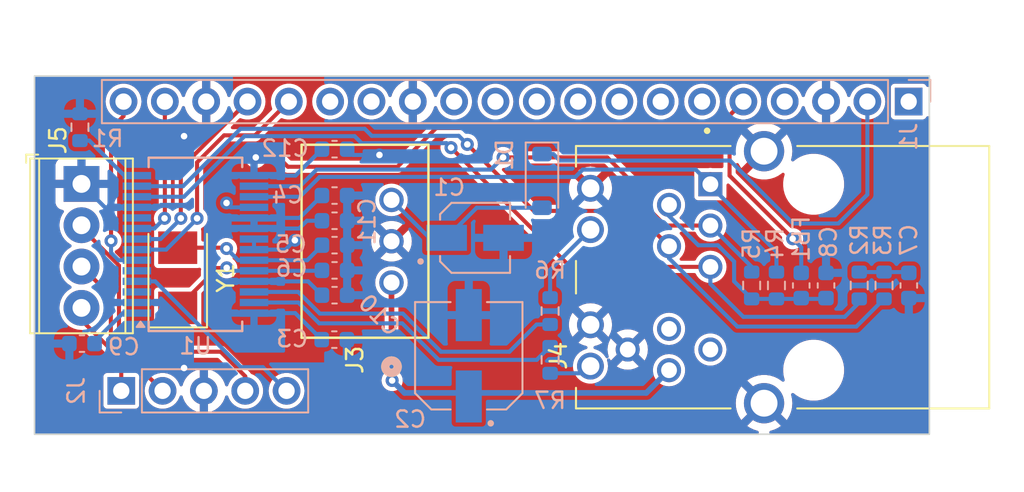
<source format=kicad_pcb>
(kicad_pcb (version 20240108) (generator "pcbnew") (generator_version "8.0")
  (layers (0 "F.Cu" signal) (31 "B.Cu" signal) (34 "B.Paste" user) (35 "F.Paste" user) (36 "B.SilkS" user "B.Silkscreen") (37 "F.SilkS" user "F.Silkscreen") (38 "B.Mask" user) (39 "F.Mask" user) (44 "Edge.Cuts" user))
  (net 0 "")
  (net 1 "+5V")
  (net 2 "GND")
  (net 3 "+24V")
  (net 4 "Net-(U1-OSC1)")
  (net 5 "Net-(U1-OSC2)")
  (net 6 "Net-(C7-Pad1)")
  (net 7 "Net-(U1-VCAP)")
  (net 8 "+3.3V")
  (net 17 "Net-(J1-Pin_16)")
  (net 18 "Net-(J1-Pin_17)")
  (net 19 "Net-(J1-Pin_19)")
  (net 20 "Net-(J1-Pin_20)")
  (net 21 "Net-(U1-RBIAS)")
  (net 22 "Net-(U1-LEDB)")
  (net 23 "Net-(U1-LEDA)")
  (net 25 "Net-(J2-Pin_5)")
  (net 28 "Net-(J4-CT)")
  (net 29 "Net-(J4-TD-)")
  (net 30 "Net-(J4-TD+)")
  (net 31 "Net-(J4-RD+)")
  (net 32 "Net-(J4-RD-)")
  (net 33 "Net-(J4-PadA2)")
  (net 34 "Net-(J4-PadA1)")
  (net 37 "Net-(D1-A)")
  (net 41 "Net-(J2-Pin_2)")
  (net 42 "Net-(J2-Pin_1)")
  (net 43 "Net-(J2-Pin_4)")
  (footprint "TerminalBlock_Phoenix:TerminalBlock_Phoenix_MPT-0,5-4-2.54_1x04_P2.54mm_Horizontal" (layer "F.Cu") (at 142.195 116.185 -90)
    (property "Reference" "J5" (at -2.685 1.445 90) (layer "F.SilkS"))
    (property "Value" "Conn_01x02")
    (fp_line (start -1.8 3.4) (end -1.3 3.4) (stroke (width 0.12)) (layer "F.SilkS"))
    (fp_line (start -1.56 3.16) (end 9.18 3.16) (stroke (width 0.12)) (layer "F.SilkS"))
    (fp_line (start -1.8 2.66) (end -1.8 3.4) (stroke (width 0.12)) (layer "F.SilkS"))
    (fp_line (start -1.56 2.6) (end 9.18 2.6) (stroke (width 0.12)) (layer "F.SilkS"))
    (fp_line (start -1.56 -2.7) (end 9.18 -2.7) (stroke (width 0.12)) (layer "F.SilkS"))
    (fp_line (start -1.56 -3.16) (end -1.56 3.16) (stroke (width 0.12)) (layer "F.SilkS"))
    (fp_line (start -1.56 -3.16) (end 9.18 -3.16) (stroke (width 0.12)) (layer "F.SilkS"))
    (fp_line (start 9.18 -3.16) (end 9.18 3.16) (stroke (width 0.12)) (layer "F.SilkS"))
    (pad "1" thru_hole rect (at 0 0 270) (size 2.2 2.2) (drill 1.1) (layers "*.Cu" "*.Mask") (net 2 "GND"))
    (pad "2" thru_hole circle (at 2.54 0 270) (size 2.2 2.2) (drill 1.1) (layers "*.Cu" "*.Mask") (net 43 "Net-(J2-Pin_4)"))
    (pad "3" thru_hole circle (at 5.08 0 270) (size 2.2 2.2) (drill 1.1) (layers "*.Cu" "*.Mask") (net 41 "Net-(J2-Pin_2)"))
    (pad "4" thru_hole circle (at 7.62 0 270) (size 2.2 2.2) (drill 1.1) (layers "*.Cu" "*.Mask") (net 42 "Net-(J2-Pin_1)"))
  )
  (footprint "Crystal:Crystal_SMD_5032-2Pin_5.0x3.2mm" (layer "F.Cu") (at 148.11 121.956 90)
    (property "Reference" "Y1" (at 0 2.95 90) (layer "F.SilkS"))
    (property "Value" "25MHz")
    (fp_line (start 2.7 -1.8) (end -3.05 -1.8) (stroke (width 0.12)) (layer "F.SilkS"))
    (fp_line (start -3.05 -1.8) (end -3.05 1.8) (stroke (width 0.12)) (layer "F.SilkS"))
    (fp_line (start -3.05 1.8) (end 2.7 1.8) (stroke (width 0.12)) (layer "F.SilkS"))
    (pad "1" smd rect (at -1.85 0 90) (size 2 2.4) (layers "F.Cu" "F.Paste" "F.Mask") (net 5 "Net-(U1-OSC2)"))
    (pad "2" smd rect (at 1.85 0 90) (size 2 2.4) (layers "F.Cu" "F.Paste" "F.Mask") (net 4 "Net-(U1-OSC1)"))
  )
  (footprint "pico:BEL_SI-52003-F" (layer "F.Cu") (at 184.15 121.92 90)
    (property "Reference" "J4" (at -4.825 -12.635 90) (layer "F.SilkS"))
    (property "Value" "SI-52003-F")
    (fp_line (start 8.065 -11.56) (end 8.065 -2.06) (stroke (width 0.127)) (layer "F.SilkS"))
    (fp_line (start 6.8 -11.56) (end 8.065 -11.56) (stroke (width 0.127)) (layer "F.SilkS"))
    (fp_line (start -1 -11.56) (end 1 -11.56) (stroke (width 0.127)) (layer "F.SilkS"))
    (fp_line (start -8.065 -11.56) (end -6.8 -11.56) (stroke (width 0.127)) (layer "F.SilkS"))
    (fp_line (start -8.065 -11.56) (end -8.065 -2.06) (stroke (width 0.127)) (layer "F.SilkS"))
    (fp_line (start 8.065 2.04) (end 8.065 13.84) (stroke (width 0.127)) (layer "F.SilkS"))
    (fp_line (start -8.065 2.04) (end -8.065 13.84) (stroke (width 0.127)) (layer "F.SilkS"))
    (fp_line (start 8.065 13.84) (end -8.065 13.84) (stroke (width 0.127)) (layer "F.SilkS"))
    (fp_circle (center 9 -3.5) (end 9.1 -3.5) (stroke (width 0.2)) (fill none) (layer "F.SilkS"))
    (pad "" np_thru_hole circle (at -5.715 3.05 90) (size 3.25 3.25) (drill 3.25) (layers "*.Cu" "*.Mask"))
    (pad "" np_thru_hole circle (at 5.715 3.05 90) (size 3.25 3.25) (drill 3.25) (layers "*.Cu" "*.Mask"))
    (pad "1" thru_hole rect (at 5.715 -3.3 90) (size 1.478 1.478) (drill 0.97) (layers "*.Cu" "*.Mask") (net 30 "Net-(J4-TD+)"))
    (pad "2" thru_hole circle (at 4.445 -5.84 90) (size 1.478 1.478) (drill 0.97) (layers "*.Cu" "*.Mask") (net 28 "Net-(J4-CT)"))
    (pad "3" thru_hole circle (at 3.175 -3.3 90) (size 1.478 1.478) (drill 0.97) (layers "*.Cu" "*.Mask") (net 29 "Net-(J4-TD-)"))
    (pad "4" thru_hole circle (at 1.905 -5.84 90) (size 1.478 1.478) (drill 0.97) (layers "*.Cu" "*.Mask") (net 31 "Net-(J4-RD+)"))
    (pad "5" thru_hole circle (at 0.635 -3.3 90) (size 1.478 1.478) (drill 0.97) (layers "*.Cu" "*.Mask") (net 32 "Net-(J4-RD-)"))
    (pad "8" thru_hole circle (at -3.175 -5.84 90) (size 1.478 1.478) (drill 0.97) (layers "*.Cu" "*.Mask"))
    (pad "9" thru_hole circle (at -4.445 -3.3 90) (size 1.478 1.478) (drill 0.97) (layers "*.Cu" "*.Mask"))
    (pad "10" thru_hole circle (at -5.715 -5.84 90) (size 1.478 1.478) (drill 0.97) (layers "*.Cu" "*.Mask") (net 3 "+24V"))
    (pad "11" thru_hole circle (at -4.445 -8.38 90) (size 1.478 1.478) (drill 0.97) (layers "*.Cu" "*.Mask") (net 2 "GND"))
    (pad "A1" thru_hole circle (at -5.465 -10.67 90) (size 1.65 1.65) (drill 1.1) (layers "*.Cu" "*.Mask") (net 34 "Net-(J4-PadA1)"))
    (pad "A2" thru_hole circle (at 2.925 -10.67 90) (size 1.65 1.65) (drill 1.1) (layers "*.Cu" "*.Mask") (net 33 "Net-(J4-PadA2)"))
    (pad "C1" thru_hole circle (at -2.925 -10.67 90) (size 1.65 1.65) (drill 1.1) (layers "*.Cu" "*.Mask") (net 2 "GND"))
    (pad "C2" thru_hole circle (at 5.465 -10.67 90) (size 1.65 1.65) (drill 1.1) (layers "*.Cu" "*.Mask") (net 2 "GND"))
    (pad "S1" thru_hole circle (at -7.745 0 90) (size 2.475 2.475) (drill 1.65) (layers "*.Cu" "*.Mask") (net 2 "GND"))
    (pad "S2" thru_hole circle (at 7.745 0 90) (size 2.475 2.475) (drill 1.65) (layers "*.Cu" "*.Mask") (net 2 "GND"))
  )
  (footprint "pico:CONN3_05S05_XPR" (layer "F.Cu") (at 161.25 122.25 90)
    (property "Reference" "J3" (at -4.75 -2.25 90) (layer "F.SilkS"))
    (property "Value" "VR05S05")
    (fp_circle (center -5.1689 0) (end -4.7879 0) (stroke (width 0.508)) (fill none) (layer "B.SilkS"))
    (fp_line (start 8.4709 -5.526999) (end -3.3909 -5.526999) (stroke (width 0.1524)) (layer "F.SilkS"))
    (fp_line (start -3.3909 -5.526999) (end -3.3909 2.270801) (stroke (width 0.1524)) (layer "F.SilkS"))
    (fp_line (start 8.4709 2.270801) (end 8.4709 -5.526999) (stroke (width 0.1524)) (layer "F.SilkS"))
    (fp_line (start -3.3909 2.270801) (end 8.4709 2.270801) (stroke (width 0.1524)) (layer "F.SilkS"))
    (fp_circle (center -5.1689 0) (end -4.7879 0) (stroke (width 0.508)) (fill none) (layer "F.SilkS"))
    (pad "1" thru_hole circle (at 0 0 90) (size 1.4986 1.4986) (drill 0.9906) (layers "*.Cu" "*.Mask") (net 3 "+24V"))
    (pad "2" thru_hole circle (at 2.54 0 90) (size 1.4986 1.4986) (drill 0.9906) (layers "*.Cu" "*.Mask") (net 2 "GND"))
    (pad "3" thru_hole circle (at 5.08 0 90) (size 1.4986 1.4986) (drill 0.9906) (layers "*.Cu" "*.Mask") (net 37 "Net-(D1-A)"))
  )
  (footprint "Capacitor_SMD:C_0603_1608Metric" (layer "B.Cu") (at 157.75 123.026)
    (property "Reference" "C10" (at 2.75 1.224 135) (layer "B.SilkS") (effects (justify mirror)))
    (property "Value" "0.1µF")
    (fp_line (start 0.14058 -0.51) (end -0.14058 -0.51) (stroke (width 0.12)) (layer "B.SilkS"))
    (fp_line (start 0.14058 0.51) (end -0.14058 0.51) (stroke (width 0.12)) (layer "B.SilkS"))
    (pad "1" smd roundrect (at -0.775 0) (size 0.9 0.95) (layers "B.Cu" "B.Paste" "B.Mask") (net 8 "+3.3V"))
    (pad "2" smd roundrect (at 0.775 0) (size 0.9 0.95) (layers "B.Cu" "B.Paste" "B.Mask") (net 2 "GND"))
  )
  (footprint "Connector_PinSocket_2.54mm:PinSocket_1x05_P2.54mm_Vertical" (layer "B.Cu") (at 144.64 128.905 -90)
    (property "Reference" "J2" (at 0 2.77 -90) (layer "B.SilkS") (effects (justify mirror)))
    (property "Value" "Conn_01x02_Pin")
    (fp_line (start 1.33 1.33) (end 0 1.33) (stroke (width 0.12)) (layer "B.SilkS"))
    (fp_line (start 1.33 0) (end 1.33 1.33) (stroke (width 0.12)) (layer "B.SilkS"))
    (fp_line (start 1.33 -1.27) (end -1.33 -1.27) (stroke (width 0.12)) (layer "B.SilkS"))
    (fp_line (start -1.33 -11.49) (end -1.33 -1.27) (stroke (width 0.12)) (layer "B.SilkS"))
    (fp_line (start 1.33 -11.49) (end 1.33 -1.27) (stroke (width 0.12)) (layer "B.SilkS"))
    (fp_line (start 1.33 -11.49) (end -1.33 -11.49) (stroke (width 0.12)) (layer "B.SilkS"))
    (pad "1" thru_hole rect (at 0 0 270) (size 1.7 1.7) (drill 1) (layers "*.Cu" "*.Mask") (net 42 "Net-(J2-Pin_1)"))
    (pad "2" thru_hole oval (at 0 -2.54 270) (size 1.7 1.7) (drill 1) (layers "*.Cu" "*.Mask") (net 41 "Net-(J2-Pin_2)"))
    (pad "3" thru_hole oval (at 0 -5.08 270) (size 1.7 1.7) (drill 1) (layers "*.Cu" "*.Mask") (net 2 "GND"))
    (pad "4" thru_hole oval (at 0 -7.62 270) (size 1.7 1.7) (drill 1) (layers "*.Cu" "*.Mask") (net 43 "Net-(J2-Pin_4)"))
    (pad "5" thru_hole oval (at 0 -10.16 270) (size 1.7 1.7) (drill 1) (layers "*.Cu" "*.Mask") (net 25 "Net-(J2-Pin_5)"))
  )
  (footprint "Capacitor_SMD:C_0603_1608Metric" (layer "B.Cu") (at 157.75 119.95 180)
    (property "Reference" "C5" (at 2.688 0.0544 180) (layer "B.SilkS") (effects (justify mirror)))
    (property "Value" "30pF")
    (fp_line (start 0.14058 0.51) (end -0.14058 0.51) (stroke (width 0.12)) (layer "B.SilkS"))
    (fp_line (start 0.14058 -0.51) (end -0.14058 -0.51) (stroke (width 0.12)) (layer "B.SilkS"))
    (pad "1" smd roundrect (at -0.775 0 180) (size 0.9 0.95) (layers "B.Cu" "B.Paste" "B.Mask") (net 2 "GND"))
    (pad "2" smd roundrect (at 0.775 0 180) (size 0.9 0.95) (layers "B.Cu" "B.Paste" "B.Mask") (net 4 "Net-(U1-OSC1)"))
  )
  (footprint "Resistor_SMD:R_0603_1608Metric" (layer "B.Cu") (at 190 122.428 90)
    (property "Reference" "R2" (at 2.794 0 -90) (layer "B.SilkS") (effects (justify mirror)))
    (property "Value" "49.9Ω")
    (fp_line (start 0.237258 -0.5225) (end -0.237258 -0.5225) (stroke (width 0.12)) (layer "B.SilkS"))
    (fp_line (start 0.237258 0.5225) (end -0.237258 0.5225) (stroke (width 0.12)) (layer "B.SilkS"))
    (pad "1" smd roundrect (at -0.825 0 90) (size 0.8 0.95) (layers "B.Cu" "B.Paste" "B.Mask") (net 32 "Net-(J4-RD-)"))
    (pad "2" smd roundrect (at 0.825 0 90) (size 0.8 0.95) (layers "B.Cu" "B.Paste" "B.Mask") (net 6 "Net-(C7-Pad1)"))
  )
  (footprint "Capacitor_SMD:C_0603_1608Metric" (layer "B.Cu") (at 193.048 122.428 -90)
    (property "Reference" "C7" (at -2.794 0 90) (layer "B.SilkS") (effects (justify mirror)))
    (property "Value" "0.1µF")
    (fp_line (start 0.14058 0.51) (end -0.14058 0.51) (stroke (width 0.12)) (layer "B.SilkS"))
    (fp_line (start 0.14058 -0.51) (end -0.14058 -0.51) (stroke (width 0.12)) (layer "B.SilkS"))
    (pad "1" smd roundrect (at -0.775 0 270) (size 0.9 0.95) (layers "B.Cu" "B.Paste" "B.Mask") (net 6 "Net-(C7-Pad1)"))
    (pad "2" smd roundrect (at 0.775 0 270) (size 0.9 0.95) (layers "B.Cu" "B.Paste" "B.Mask") (net 2 "GND"))
  )
  (footprint "Resistor_SMD:R_0603_1608Metric" (layer "B.Cu") (at 183.388 122.428 -90)
    (property "Reference" "R5" (at -2.572 0.012 90) (layer "B.SilkS") (effects (justify mirror)))
    (property "Value" "49.9Ω")
    (fp_line (start 0.237258 0.5225) (end -0.237258 0.5225) (stroke (width 0.12)) (layer "B.SilkS"))
    (fp_line (start 0.237258 -0.5225) (end -0.237258 -0.5225) (stroke (width 0.12)) (layer "B.SilkS"))
    (pad "1" smd roundrect (at -0.825 0 270) (size 0.8 0.95) (layers "B.Cu" "B.Paste" "B.Mask") (net 29 "Net-(J4-TD-)"))
    (pad "2" smd roundrect (at 0.825 0 270) (size 0.8 0.95) (layers "B.Cu" "B.Paste" "B.Mask") (net 28 "Net-(J4-CT)"))
  )
  (footprint "Capacitor_SMD:C_0603_1608Metric" (layer "B.Cu") (at 142.225 126 180)
    (property "Reference" "C9" (at -2.575002 -0.199998 180) (layer "B.SilkS") (effects (justify mirror)))
    (property "Value" "10µF")
    (fp_line (start 0.14058 0.51) (end -0.14058 0.51) (stroke (width 0.12)) (layer "B.SilkS"))
    (fp_line (start 0.14058 -0.51) (end -0.14058 -0.51) (stroke (width 0.12)) (layer "B.SilkS"))
    (pad "1" smd roundrect (at -0.775 0 180) (size 0.9 0.95) (layers "B.Cu" "B.Paste" "B.Mask") (net 7 "Net-(U1-VCAP)"))
    (pad "2" smd roundrect (at 0.775 0 180) (size 0.9 0.95) (layers "B.Cu" "B.Paste" "B.Mask") (net 2 "GND"))
  )
  (footprint "Diode_SMD:D_SOD-123" (layer "B.Cu") (at 170.5 116 -90)
    (property "Reference" "D1" (at -1.6 2.3 90) (layer "B.SilkS") (effects (justify mirror)))
    (property "Value" "D_Schottky")
    (fp_line (start 1.65 1) (end -2.36 1) (stroke (width 0.12)) (layer "B.SilkS"))
    (fp_line (start -2.36 -1) (end -2.36 1) (stroke (width 0.12)) (layer "B.SilkS"))
    (fp_line (start 1.65 -1) (end -2.36 -1) (stroke (width 0.12)) (layer "B.SilkS"))
    (pad "1" smd roundrect (at -1.65 0 270) (size 0.9 1.2) (layers "B.Cu" "B.Paste" "B.Mask") (net 1 "+5V"))
    (pad "2" smd roundrect (at 1.65 0 270) (size 0.9 1.2) (layers "B.Cu" "B.Paste" "B.Mask") (net 37 "Net-(D1-A)"))
  )
  (footprint "Capacitor_SMD:C_0603_1608Metric" (layer "B.Cu") (at 157.75 114.05 180)
    (property "Reference" "C12" (at 3.038 0.0524 180) (layer "B.SilkS") (effects (justify mirror)))
    (property "Value" "0.1µF")
    (fp_line (start 0.14058 0.51) (end -0.14058 0.51) (stroke (width 0.12)) (layer "B.SilkS"))
    (fp_line (start 0.14058 -0.51) (end -0.14058 -0.51) (stroke (width 0.12)) (layer "B.SilkS"))
    (pad "1" smd roundrect (at -0.775 0 180) (size 0.9 0.95) (layers "B.Cu" "B.Paste" "B.Mask") (net 2 "GND"))
    (pad "2" smd roundrect (at 0.775 0 180) (size 0.9 0.95) (layers "B.Cu" "B.Paste" "B.Mask") (net 8 "+3.3V"))
  )
  (footprint "Capacitor_SMD:C_0603_1608Metric" (layer "B.Cu") (at 157.75 116.9)
    (property "Reference" "C4" (at -2.888 -0.0264 0) (layer "B.SilkS") (effects (justify mirror)))
    (property "Value" "0.1µF")
    (fp_line (start 0.14058 -0.51) (end -0.14058 -0.51) (stroke (width 0.12)) (layer "B.SilkS"))
    (fp_line (start 0.14058 0.51) (end -0.14058 0.51) (stroke (width 0.12)) (layer "B.SilkS"))
    (pad "1" smd roundrect (at -0.775 0) (size 0.9 0.95) (layers "B.Cu" "B.Paste" "B.Mask") (net 8 "+3.3V"))
    (pad "2" smd roundrect (at 0.775 0) (size 0.9 0.95) (layers "B.Cu" "B.Paste" "B.Mask") (net 2 "GND"))
  )
  (footprint "pico:CAP_EEEFN1A220R" (layer "B.Cu") (at 166.3875 119.5)
    (property "Reference" "C1" (at -1.5875 -3.1 0) (layer "B.SilkS") (effects (justify mirror)))
    (property "Value" "22µF")
    (fp_line (start -2.15 -1.45) (end -2.15 -1.12) (stroke (width 0.127)) (layer "B.SilkS"))
    (fp_line (start -2.15 1.12) (end -2.15 1.45) (stroke (width 0.127)) (layer "B.SilkS"))
    (fp_line (start -2.15 1.45) (end -1.45 2.15) (stroke (width 0.127)) (layer "B.SilkS"))
    (fp_line (start -1.45 -2.15) (end -2.15 -1.45) (stroke (width 0.127)) (layer "B.SilkS"))
    (fp_line (start -1.45 2.15) (end 2.15 2.15) (stroke (width 0.127)) (layer "B.SilkS"))
    (fp_line (start 2.15 -2.15) (end -1.45 -2.15) (stroke (width 0.127)) (layer "B.SilkS"))
    (fp_line (start 2.15 -1.12) (end 2.15 -2.15) (stroke (width 0.127)) (layer "B.SilkS"))
    (fp_line (start 2.15 2.15) (end 2.15 1.12) (stroke (width 0.127)) (layer "B.SilkS"))
    (fp_circle (center -3.35 1.45) (end -3.25 1.45) (stroke (width 0.2)) (fill none) (layer "B.SilkS"))
    (pad "1" smd rect (at -1.75 0) (size 2.5 1.6) (layers "B.Cu" "B.Paste" "B.Mask") (net 37 "Net-(D1-A)"))
    (pad "2" smd rect (at 1.75 0) (size 2.5 1.6) (layers "B.Cu" "B.Paste" "B.Mask") (net 2 "GND"))
  )
  (footprint "Capacitor_SMD:C_0603_1608Metric" (layer "B.Cu") (at 157.735 125.756)
    (property "Reference" "C3" (at -2.588 -0.048 0) (layer "B.SilkS") (effects (justify mirror)))
    (property "Value" "0.1µF")
    (fp_line (start 0.14058 -0.51) (end -0.14058 -0.51) (stroke (width 0.12)) (layer "B.SilkS"))
    (fp_line (start 0.14058 0.51) (end -0.14058 0.51) (stroke (width 0.12)) (layer "B.SilkS"))
    (pad "1" smd roundrect (at -0.775 0) (size 0.9 0.95) (layers "B.Cu" "B.Paste" "B.Mask") (net 8 "+3.3V"))
    (pad "2" smd roundrect (at 0.775 0) (size 0.9 0.95) (layers "B.Cu" "B.Paste" "B.Mask") (net 2 "GND"))
  )
  (footprint "Resistor_SMD:R_0603_1608Metric" (layer "B.Cu") (at 171 124 90)
    (property "Reference" "R6" (at 2.5 0 0) (layer "B.SilkS") (effects (justify mirror)))
    (property "Value" "330Ω")
    (fp_line (start 0.237258 -0.5225) (end -0.237258 -0.5225) (stroke (width 0.12)) (layer "B.SilkS"))
    (fp_line (start 0.237258 0.5225) (end -0.237258 0.5225) (stroke (width 0.12)) (layer "B.SilkS"))
    (pad "1" smd roundrect (at -0.825 0 90) (size 0.8 0.95) (layers "B.Cu" "B.Paste" "B.Mask") (net 22 "Net-(U1-LEDB)"))
    (pad "2" smd roundrect (at 0.825 0 90) (size 0.8 0.95) (layers "B.Cu" "B.Paste" "B.Mask") (net 33 "Net-(J4-PadA2)"))
  )
  (footprint "Connector_PinSocket_2.54mm:PinSocket_1x20_P2.54mm_Vertical" (layer "B.Cu") (at 193.04 111.125 90)
    (property "Reference" "J1" (at -2.159 0 -90) (layer "B.SilkS") (effects (justify mirror)))
    (property "Value" "Conn_01x20_Pin")
    (fp_line (start 1.33 -49.59) (end -1.33 -49.59) (stroke (width 0.12)) (layer "B.SilkS"))
    (fp_line (start 1.33 -49.59) (end 1.33 -1.27) (stroke (width 0.12)) (layer "B.SilkS"))
    (fp_line (start -1.33 -49.59) (end -1.33 -1.27) (stroke (width 0.12)) (layer "B.SilkS"))
    (fp_line (start 1.33 -1.27) (end -1.33 -1.27) (stroke (width 0.12)) (layer "B.SilkS"))
    (fp_line (start 1.33 0) (end 1.33 1.33) (stroke (width 0.12)) (layer "B.SilkS"))
    (fp_line (start 1.33 1.33) (end 0 1.33) (stroke (width 0.12)) (layer "B.SilkS"))
    (pad "1" thru_hole rect (at 0 0 90) (size 1.7 1.7) (drill 1) (layers "*.Cu" "*.Mask"))
    (pad "2" thru_hole oval (at 0 -2.54 90) (size 1.7 1.7) (drill 1) (layers "*.Cu" "*.Mask") (net 1 "+5V"))
    (pad "3" thru_hole oval (at 0 -5.08 90) (size 1.7 1.7) (drill 1) (layers "*.Cu" "*.Mask") (net 2 "GND"))
    (pad "4" thru_hole oval (at 0 -7.62 90) (size 1.7 1.7) (drill 1) (layers "*.Cu" "*.Mask"))
    (pad "5" thru_hole oval (at 0 -10.16 90) (size 1.7 1.7) (drill 1) (layers "*.Cu" "*.Mask") (net 8 "+3.3V"))
    (pad "6" thru_hole oval (at 0 -12.7 90) (size 1.7 1.7) (drill 1) (layers "*.Cu" "*.Mask"))
    (pad "7" thru_hole oval (at 0 -15.24 90) (size 1.7 1.7) (drill 1) (layers "*.Cu" "*.Mask"))
    (pad "8" thru_hole oval (at 0 -17.78 90) (size 1.7 1.7) (drill 1) (layers "*.Cu" "*.Mask"))
    (pad "9" thru_hole oval (at 0 -20.32 90) (size 1.7 1.7) (drill 1) (layers "*.Cu" "*.Mask"))
    (pad "10" thru_hole oval (at 0 -22.86 90) (size 1.7 1.7) (drill 1) (layers "*.Cu" "*.Mask"))
    (pad "11" thru_hole oval (at 0 -25.4 90) (size 1.7 1.7) (drill 1) (layers "*.Cu" "*.Mask"))
    (pad "12" thru_hole oval (at 0 -27.94 90) (size 1.7 1.7) (drill 1) (layers "*.Cu" "*.Mask"))
    (pad "13" thru_hole oval (at 0 -30.48 90) (size 1.7 1.7) (drill 1) (layers "*.Cu" "*.Mask") (net 2 "GND"))
    (pad "14" thru_hole oval (at 0 -33.02 90) (size 1.7 1.7) (drill 1) (layers "*.Cu" "*.Mask"))
    (pad "15" thru_hole oval (at 0 -35.56 90) (size 1.7 1.7) (drill 1) (layers "*.Cu" "*.Mask"))
    (pad "16" thru_hole oval (at 0 -38.1 90) (size 1.7 1.7) (drill 1) (layers "*.Cu" "*.Mask") (net 17 "Net-(J1-Pin_16)"))
    (pad "17" thru_hole oval (at 0 -40.64 90) (size 1.7 1.7) (drill 1) (layers "*.Cu" "*.Mask") (net 18 "Net-(J1-Pin_17)"))
    (pad "18" thru_hole oval (at 0 -43.18 90) (size 1.7 1.7) (drill 1) (layers "*.Cu" "*.Mask") (net 2 "GND"))
    (pad "19" thru_hole oval (at 0 -45.72 90) (size 1.7 1.7) (drill 1) (layers "*.Cu" "*.Mask") (net 19 "Net-(J1-Pin_19)"))
    (pad "20" thru_hole oval (at 0 -48.26 90) (size 1.7 1.7) (drill 1) (layers "*.Cu" "*.Mask") (net 20 "Net-(J1-Pin_20)"))
  )
  (footprint "Resistor_SMD:R_0603_1608Metric" (layer "B.Cu") (at 191.524 122.428 90)
    (property "Reference" "R3" (at 2.794 -0.076 -90) (layer "B.SilkS") (effects (justify mirror)))
    (property "Value" "49.9Ω")
    (fp_line (start 0.237258 -0.5225) (end -0.237258 -0.5225) (stroke (width 0.12)) (layer "B.SilkS"))
    (fp_line (start 0.237258 0.5225) (end -0.237258 0.5225) (stroke (width 0.12)) (layer "B.SilkS"))
    (pad "1" smd roundrect (at -0.825 0 90) (size 0.8 0.95) (layers "B.Cu" "B.Paste" "B.Mask") (net 31 "Net-(J4-RD+)"))
    (pad "2" smd roundrect (at 0.825 0 90) (size 0.8 0.95) (layers "B.Cu" "B.Paste" "B.Mask") (net 6 "Net-(C7-Pad1)"))
  )
  (footprint "Capacitor_SMD:C_0603_1608Metric" (layer "B.Cu") (at 186.436 122.428 -90)
    (property "Reference" "FB1" (at -2.872 0 90) (layer "B.SilkS") (effects (justify mirror)))
    (property "Value" "FerriteBead")
    (fp_line (start 0.14058 0.51) (end -0.14058 0.51) (stroke (width 0.12)) (layer "B.SilkS"))
    (fp_line (start 0.14058 -0.51) (end -0.14058 -0.51) (stroke (width 0.12)) (layer "B.SilkS"))
    (pad "1" smd roundrect (at -0.775 0 270) (size 0.9 0.95) (layers "B.Cu" "B.Paste" "B.Mask") (net 8 "+3.3V"))
    (pad "2" smd roundrect (at 0.775 0 270) (size 0.9 0.95) (layers "B.Cu" "B.Paste" "B.Mask") (net 28 "Net-(J4-CT)"))
  )
  (footprint "Resistor_SMD:R_0603_1608Metric" (layer "B.Cu") (at 184.912 122.428 -90)
    (property "Reference" "R4" (at -2.572 0.088 90) (layer "B.SilkS") (effects (justify mirror)))
    (property "Value" "49.9Ω")
    (fp_line (start 0.237258 0.5225) (end -0.237258 0.5225) (stroke (width 0.12)) (layer "B.SilkS"))
    (fp_line (start 0.237258 -0.5225) (end -0.237258 -0.5225) (stroke (width 0.12)) (layer "B.SilkS"))
    (pad "1" smd roundrect (at -0.825 0 270) (size 0.8 0.95) (layers "B.Cu" "B.Paste" "B.Mask") (net 30 "Net-(J4-TD+)"))
    (pad "2" smd roundrect (at 0.825 0 270) (size 0.8 0.95) (layers "B.Cu" "B.Paste" "B.Mask") (net 28 "Net-(J4-CT)"))
  )
  (footprint "Capacitor_SMD:C_0603_1608Metric" (layer "B.Cu") (at 157.75 118.45)
    (property "Reference" "C11" (at 2 0.05 90) (layer "B.SilkS") (effects (justify mirror)))
    (property "Value" "0.1µF")
    (fp_line (start 0.14058 -0.51) (end -0.14058 -0.51) (stroke (width 0.12)) (layer "B.SilkS"))
    (fp_line (start 0.14058 0.51) (end -0.14058 0.51) (stroke (width 0.12)) (layer "B.SilkS"))
    (pad "1" smd roundrect (at -0.775 0) (size 0.9 0.95) (layers "B.Cu" "B.Paste" "B.Mask") (net 8 "+3.3V"))
    (pad "2" smd roundrect (at 0.775 0) (size 0.9 0.95) (layers "B.Cu" "B.Paste" "B.Mask") (net 2 "GND"))
  )
  (footprint "Capacitor_SMD:C_0603_1608Metric" (layer "B.Cu") (at 187.96 122.428 90)
    (property "Reference" "C8" (at 2.672 0.15 -90) (layer "B.SilkS") (effects (justify mirror)))
    (property "Value" "0.1µF")
    (fp_line (start 0.14058 -0.51) (end -0.14058 -0.51) (stroke (width 0.12)) (layer "B.SilkS"))
    (fp_line (start 0.14058 0.51) (end -0.14058 0.51) (stroke (width 0.12)) (layer "B.SilkS"))
    (pad "1" smd roundrect (at -0.775 0 90) (size 0.9 0.95) (layers "B.Cu" "B.Paste" "B.Mask") (net 28 "Net-(J4-CT)"))
    (pad "2" smd roundrect (at 0.775 0 90) (size 0.9 0.95) (layers "B.Cu" "B.Paste" "B.Mask") (net 2 "GND"))
  )
  (footprint "Package_SO:SSOP-28_5.3x10.2mm_P0.65mm" (layer "B.Cu") (at 149.2 119.9)
    (property "Reference" "U1" (at 0 6.25 0) (layer "B.SilkS") (effects (justify mirror)))
    (property "Value" "ENC28J60x-SS")
    (fp_line (start -2.875 -5.325) (end -2.875 -4.75) (stroke (width 0.15)) (layer "B.SilkS"))
    (fp_line (start -2.875 4.75) (end -2.875 5.325) (stroke (width 0.15)) (layer "B.SilkS"))
    (fp_line (start 2.875 -5.325) (end -2.875 -5.325) (stroke (width 0.15)) (layer "B.SilkS"))
    (fp_line (start 2.875 -5.325) (end 2.875 -4.75) (stroke (width 0.15)) (layer "B.SilkS"))
    (fp_line (start 2.875 4.75) (end 2.875 5.325) (stroke (width 0.15)) (layer "B.SilkS"))
    (fp_line (start 2.875 5.325) (end -2.875 5.325) (stroke (width 0.15)) (layer "B.SilkS"))
    (fp_poly (pts (xy -3.375 4.75) (xy -3.615 5.08) (xy -3.135 5.08) (xy -3.375 4.75)) (stroke (width 0.12)) (fill solid) (layer "B.SilkS"))
    (pad "1" smd rect (at -3.6 4.225) (size 1.75 0.45) (layers "B.Cu" "B.Paste" "B.Mask") (net 7 "Net-(U1-VCAP)"))
    (pad "2" smd rect (at -3.6 3.575) (size 1.75 0.45) (layers "B.Cu" "B.Paste" "B.Mask") (net 2 "GND"))
    (pad "3" smd rect (at -3.6 2.925) (size 1.75 0.45) (layers "B.Cu" "B.Paste" "B.Mask"))
    (pad "4" smd rect (at -3.6 2.275) (size 1.75 0.45) (layers "B.Cu" "B.Paste" "B.Mask") (net 25 "Net-(J2-Pin_5)"))
    (pad "5" smd rect (at -3.6 1.625) (size 1.75 0.45) (layers "B.Cu" "B.Paste" "B.Mask"))
    (pad "6" smd rect (at -3.6 0.975) (size 1.75 0.45) (layers "B.Cu" "B.Paste" "B.Mask") (net 20 "Net-(J1-Pin_20)"))
    (pad "7" smd rect (at -3.6 0.325) (size 1.75 0.45) (layers "B.Cu" "B.Paste" "B.Mask") (net 17 "Net-(J1-Pin_16)"))
    (pad "8" smd rect (at -3.6 -0.325) (size 1.75 0.45) (layers "B.Cu" "B.Paste" "B.Mask") (net 18 "Net-(J1-Pin_17)"))
    (pad "9" smd rect (at -3.6 -0.975) (size 1.75 0.45) (layers "B.Cu" "B.Paste" "B.Mask") (net 19 "Net-(J1-Pin_19)"))
    (pad "10" smd rect (at -3.6 -1.625) (size 1.75 0.45) (layers "B.Cu" "B.Paste" "B.Mask"))
    (pad "11" smd rect (at -3.6 -2.275) (size 1.75 0.45) (layers "B.Cu" "B.Paste" "B.Mask") (net 2 "GND"))
    (pad "12" smd rect (at -3.6 -2.925) (size 1.75 0.45) (layers "B.Cu" "B.Paste" "B.Mask") (net 32 "Net-(J4-RD-)"))
    (pad "13" smd rect (at -3.6 -3.575) (size 1.75 0.45) (layers "B.Cu" "B.Paste" "B.Mask") (net 31 "Net-(J4-RD+)"))
    (pad "14" smd rect (at -3.6 -4.225) (size 1.75 0.45) (layers "B.Cu" "B.Paste" "B.Mask") (net 21 "Net-(U1-RBIAS)"))
    (pad "15" smd rect (at 3.6 -4.225) (size 1.75 0.45) (layers "B.Cu" "B.Paste" "B.Mask") (net 8 "+3.3V"))
    (pad "16" smd rect (at 3.6 -3.575) (size 1.75 0.45) (layers "B.Cu" "B.Paste" "B.Mask") (net 29 "Net-(J4-TD-)"))
    (pad "17" smd rect (at 3.6 -2.925) (size 1.75 0.45) (layers "B.Cu" "B.Paste" "B.Mask") (net 30 "Net-(J4-TD+)"))
    (pad "18" smd rect (at 3.6 -2.275) (size 1.75 0.45) (layers "B.Cu" "B.Paste" "B.Mask") (net 2 "GND"))
    (pad "19" smd rect (at 3.6 -1.625) (size 1.75 0.45) (layers "B.Cu" "B.Paste" "B.Mask") (net 8 "+3.3V"))
    (pad "20" smd rect (at 3.6 -0.975) (size 1.75 0.45) (layers "B.Cu" "B.Paste" "B.Mask") (net 8 "+3.3V"))
    (pad "21" smd rect (at 3.6 -0.325) (size 1.75 0.45) (layers "B.Cu" "B.Paste" "B.Mask") (net 2 "GND"))
    (pad "22" smd rect (at 3.6 0.325) (size 1.75 0.45) (layers "B.Cu" "B.Paste" "B.Mask") (net 2 "GND"))
    (pad "23" smd rect (at 3.6 0.975) (size 1.75 0.45) (layers "B.Cu" "B.Paste" "B.Mask") (net 4 "Net-(U1-OSC1)"))
    (pad "24" smd rect (at 3.6 1.625) (size 1.75 0.45) (layers "B.Cu" "B.Paste" "B.Mask") (net 5 "Net-(U1-OSC2)"))
    (pad "25" smd rect (at 3.6 2.275) (size 1.75 0.45) (layers "B.Cu" "B.Paste" "B.Mask") (net 8 "+3.3V"))
    (pad "26" smd rect (at 3.6 2.925) (size 1.75 0.45) (layers "B.Cu" "B.Paste" "B.Mask") (net 22 "Net-(U1-LEDB)"))
    (pad "27" smd rect (at 3.6 3.575) (size 1.75 0.45) (layers "B.Cu" "B.Paste" "B.Mask") (net 23 "Net-(U1-LEDA)"))
    (pad "28" smd rect (at 3.6 4.225) (size 1.75 0.45) (layers "B.Cu" "B.Paste" "B.Mask") (net 8 "+3.3V"))
  )
  (footprint "Resistor_SMD:R_0603_1608Metric" (layer "B.Cu") (at 171 127 -90)
    (property "Reference" "R7" (at 2.5 0 180) (layer "B.SilkS") (effects (justify mirror)))
    (property "Value" "330Ω")
    (fp_line (start 0.237258 0.5225) (end -0.237258 0.5225) (stroke (width 0.12)) (layer "B.SilkS"))
    (fp_line (start 0.237258 -0.5225) (end -0.237258 -0.5225) (stroke (width 0.12)) (layer "B.SilkS"))
    (pad "1" smd roundrect (at -0.825 0 270) (size 0.8 0.95) (layers "B.Cu" "B.Paste" "B.Mask") (net 23 "Net-(U1-LEDA)"))
    (pad "2" smd roundrect (at 0.825 0 270) (size 0.8 0.95) (layers "B.Cu" "B.Paste" "B.Mask") (net 34 "Net-(J4-PadA1)"))
  )
  (footprint "pico:CAP_EEEHD1H100P" (layer "B.Cu") (at 166 126.75 90)
    (property "Reference" "C2" (at -3.899999 -3.6 180) (layer "B.SilkS") (effects (justify mirror)))
    (property "Value" "10µF")
    (fp_line (start 3.3 -3.3) (end -2.3 -3.3) (stroke (width 0.127)) (layer "B.SilkS"))
    (fp_line (start -2.3 -3.3) (end -3.3 -2.3) (stroke (width 0.127)) (layer "B.SilkS"))
    (fp_line (start -3.3 -2.3) (end -3.3 -1.12) (stroke (width 0.127)) (layer "B.SilkS"))
    (fp_line (start 3.3 -1.12) (end 3.3 -3.3) (stroke (width 0.127)) (layer "B.SilkS"))
    (fp_line (start -3.3 1.12) (end -3.3 2.3) (stroke (width 0.127)) (layer "B.SilkS"))
    (fp_line (start -3.3 2.3) (end -2.3 3.3) (stroke (width 0.127)) (layer "B.SilkS"))
    (fp_line (start 3.3 3.3) (end 3.3 1.12) (stroke (width 0.127)) (layer "B.SilkS"))
    (fp_line (start -2.3 3.3) (end 3.3 3.3) (stroke (width 0.127)) (layer "B.SilkS"))
    (fp_circle (center -4.15 1.35) (end -4.05 1.35) (stroke (width 0.2)) (fill none) (layer "B.SilkS"))
    (pad "1" smd rect (at -2.5 0 90) (size 3.2 1.6) (layers "B.Cu" "B.Paste" "B.Mask") (net 3 "+24V"))
    (pad "2" smd rect (at 2.5 0 90) (size 3.2 1.6) (layers "B.Cu" "B.Paste" "B.Mask") (net 2 "GND"))
  )
  (footprint "Capacitor_SMD:C_0603_1608Metric" (layer "B.Cu") (at 157.75 121.5 180)
    (property "Reference" "C6" (at 2.638 0.1284 180) (layer "B.SilkS") (effects (justify mirror)))
    (property "Value" "30pF")
    (fp_line (start 0.14058 0.51) (end -0.14058 0.51) (stroke (width 0.12)) (layer "B.SilkS"))
    (fp_line (start 0.14058 -0.51) (end -0.14058 -0.51) (stroke (width 0.12)) (layer "B.SilkS"))
    (pad "1" smd roundrect (at -0.775 0 180) (size 0.9 0.95) (layers "B.Cu" "B.Paste" "B.Mask") (net 2 "GND"))
    (pad "2" smd roundrect (at 0.775 0 180) (size 0.9 0.95) (layers "B.Cu" "B.Paste" "B.Mask") (net 5 "Net-(U1-OSC2)"))
  )
  (footprint "Resistor_SMD:R_0603_1608Metric" (layer "B.Cu") (at 142.1 112.7 90)
    (property "Reference" "R1" (at -0.7 1.7 0) (layer "B.SilkS") (effects (justify mirror)))
    (property "Value" "2.32kΩ")
    (fp_line (start 0.237258 -0.5225) (end -0.237258 -0.5225) (stroke (width 0.12)) (layer "B.SilkS"))
    (fp_line (start 0.237258 0.5225) (end -0.237258 0.5225) (stroke (width 0.12)) (layer "B.SilkS"))
    (pad "1" smd roundrect (at -0.825 0 90) (size 0.8 0.95) (layers "B.Cu" "B.Paste" "B.Mask") (net 21 "Net-(U1-RBIAS)"))
    (pad "2" smd roundrect (at 0.825 0 90) (size 0.8 0.95) (layers "B.Cu" "B.Paste" "B.Mask") (net 2 "GND"))
  )
  (gr_rect (start 139.31 109.556) (end 194.31 131.572) (stroke (width 0.1)) (fill none) (layer "Edge.Cuts"))
  (segment (start 182.06 114.75) (end 171.6 114.75) (width 0.25) (layer "B.Cu") (net 1))
  (segment (start 185.928 118.618) (end 182.06 114.75) (width 0.25) (layer "B.Cu") (net 1))
  (segment (start 171.6 114.75) (end 171.2 114.35) (width 0.25) (layer "B.Cu") (net 1))
  (segment (start 190.5 116.84) (end 188.722 118.618) (width 0.25) (layer "B.Cu") (net 1))
  (segment (start 171.2 114.35) (end 170.5 114.35) (width 0.25) (layer "B.Cu") (net 1))
  (segment (start 190.5 111.125) (end 190.5 116.84) (width 0.25) (layer "B.Cu") (net 1))
  (segment (start 188.722 118.618) (end 185.928 118.618) (width 0.25) (layer "B.Cu") (net 1))
  (via (at 148.5 127.5) (size 0.8) (drill 0.4) (layers "F.Cu" "B.Cu") (net 2))
  (via (at 151.11 117.356) (size 0.8) (drill 0.4) (layers "F.Cu" "B.Cu") (net 2))
  (via (at 155.31 119.65) (size 0.8) (drill 0.4) (layers "F.Cu" "B.Cu") (net 2))
  (via (at 148.5 113.25) (size 0.8) (drill 0.4) (layers "F.Cu" "B.Cu") (net 2))
  (via (at 160.51 114.406) (size 0.8) (drill 0.4) (layers "F.Cu" "B.Cu") (net 2))
  (segment (start 150.114 129.54) (end 150.124701 129.54) (width 0.25) (layer "B.Cu") (net 2))
  (segment (start 158.525 114.05) (end 158.881 114.406) (width 0.25) (layer "B.Cu") (net 2))
  (segment (start 158.881 114.406) (end 160.51 114.406) (width 0.25) (layer "B.Cu") (net 2))
  (segment (start 187.923 121.603) (end 187.96 121.64) (width 0.25) (layer "B.Cu") (net 2))
  (segment (start 155.31 119.65) (end 154.735 120.225) (width 0.25) (layer "B.Cu") (net 2))
  (segment (start 152.8 119.575) (end 152.8 120.225) (width 0.25) (layer "B.Cu") (net 2))
  (segment (start 151.379 117.625) (end 151.11 117.356) (width 0.25) (layer "B.Cu") (net 2))
  (segment (start 192.998 123.253) (end 193.048 123.203) (width 0.25) (layer "B.Cu") (net 2))
  (segment (start 152.8 117.625) (end 151.379 117.625) (width 0.25) (layer "B.Cu") (net 2))
  (segment (start 145.6 117.625) (end 143.635 117.625) (width 0.25) (layer "B.Cu") (net 2))
  (segment (start 143.635 117.625) (end 142.195 116.185) (width 0.25) (layer "B.Cu") (net 2))
  (segment (start 154.735 120.225) (end 152.8 120.225) (width 0.25) (layer "B.Cu") (net 2))
  (segment (start 161.25 128.23) (end 161.29 128.27) (width 0.25) (layer "F.Cu") (net 3))
  (segment (start 161.25 122.25) (end 161.25 128.23) (width 0.35) (layer "F.Cu") (net 3))
  (via (at 161.29 128.27) (size 0.8) (drill 0.4) (layers "F.Cu" "B.Cu") (net 3))
  (segment (start 161.29 128.27) (end 162.052 129.032) (width 0.35) (layer "B.Cu") (net 3))
  (segment (start 178.31 127.635) (end 176.913 129.032) (width 0.35) (layer "B.Cu") (net 3))
  (segment (start 176.913 129.032) (end 162.052 129.032) (width 0.35) (layer "B.Cu") (net 3))
  (segment (start 151.06 120.106) (end 148.11 120.106) (width 0.25) (layer "F.Cu") (net 4))
  (segment (start 151.11 120.156) (end 151.06 120.106) (width 0.25) (layer "F.Cu") (net 4))
  (via (at 151.11 120.156) (size 0.8) (drill 0.4) (layers "F.Cu" "B.Cu") (net 4))
  (segment (start 152.8 120.875) (end 156.075 120.875) (width 0.25) (layer "B.Cu") (net 4))
  (segment (start 156.075 120.875) (end 157 119.95) (width 0.25) (layer "B.Cu") (net 4))
  (segment (start 152.8 120.875) (end 151.829 120.875) (width 0.25) (layer "B.Cu") (net 4))
  (segment (start 151.829 120.875) (end 151.11 120.156) (width 0.25) (layer "B.Cu") (net 4))
  (segment (start 148.71 123.956) (end 148.71 124.1) (width 0.25) (layer "F.Cu") (net 5))
  (segment (start 149.06 123.806) (end 148.11 123.806) (width 0.25) (layer "F.Cu") (net 5))
  (segment (start 150.11 121.356) (end 149.91 121.556) (width 0.25) (layer "F.Cu") (net 5))
  (segment (start 149.91 122.006) (end 148.11 123.806) (width 0.25) (layer "F.Cu") (net 5))
  (segment (start 149.91 121.556) (end 149.91 122.006) (width 0.25) (layer "F.Cu") (net 5))
  (segment (start 151.11 121.356) (end 150.11 121.356) (width 0.25) (layer "F.Cu") (net 5))
  (segment (start 151.122653 121.343347) (end 151.11 121.356) (width 0.25) (layer "F.Cu") (net 5))
  (via (at 151.122653 121.343347) (size 0.8) (drill 0.4) (layers "F.Cu" "B.Cu") (net 5))
  (segment (start 152.8 121.525) (end 151.304306 121.525) (width 0.25) (layer "B.Cu") (net 5))
  (segment (start 156.975 121.525) (end 157 121.5) (width 0.25) (layer "B.Cu") (net 5))
  (segment (start 152.8 121.525) (end 156.975 121.525) (width 0.25) (layer "B.Cu") (net 5))
  (segment (start 151.304306 121.525) (end 151.122653 121.343347) (width 0.25) (layer "B.Cu") (net 5))
  (segment (start 190 121.603) (end 192.998 121.603) (width 0.25) (layer "B.Cu") (net 6))
  (segment (start 192.998 121.603) (end 193.048 121.653) (width 0.25) (layer "B.Cu") (net 6))
  (segment (start 145.6 124.125) (end 144.741 124.125) (width 0.25) (layer "B.Cu") (net 7))
  (segment (start 144.741 124.125) (end 143 125.866) (width 0.25) (layer "B.Cu") (net 7))
  (segment (start 143 125.866) (end 143 126) (width 0.25) (layer "B.Cu") (net 7))
  (segment (start 181.255 112.75) (end 182.88 111.125) (width 0.25) (layer "F.Cu") (net 8))
  (segment (start 185.91 119.556) (end 182.03 115.676) (width 0.25) (layer "F.Cu") (net 8))
  (segment (start 154.31 114.556) (end 154.885 115.131) (width 0.25) (layer "F.Cu") (net 8))
  (segment (start 182.88 111.125) (end 182.03 111.975) (width 0.25) (layer "F.Cu") (net 8))
  (segment (start 161.619 115.131) (end 164 112.75) (width 0.25) (layer "F.Cu") (net 8))
  (segment (start 152.91 114.556) (end 154.31 114.556) (width 0.25) (layer "F.Cu") (net 8))
  (segment (start 182.03 111.975) (end 182.03 115.676) (width 0.25) (layer "F.Cu") (net 8))
  (segment (start 164 112.75) (end 181.255 112.75) (width 0.25) (layer "F.Cu") (net 8))
  (segment (start 154.885 115.131) (end 161.619 115.131) (width 0.25) (layer "F.Cu") (net 8))
  (via (at 152.91 114.556) (size 0.8) (drill 0.4) (layers "F.Cu" "B.Cu") (net 8))
  (via (at 185.91 119.556) (size 0.8) (drill 0.4) (layers "F.Cu" "B.Cu") (net 8))
  (segment (start 152.8 122.175) (end 156.124 122.175) (width 0.25) (layer "B.Cu") (net 8))
  (segment (start 186.436 120.082) (end 185.91 119.556) (width 0.25) (layer "B.Cu") (net 8))
  (segment (start 156.987 118.45) (end 156.7 118.45) (width 0.25) (layer "B.Cu") (net 8))
  (segment (start 155.35 115.675) (end 156.975 114.05) (width 0.25) (layer "B.Cu") (net 8))
  (segment (start 156.95 118.413) (end 156.987 118.45) (width 0.25) (layer "B.Cu") (net 8))
  (segment (start 155.575 118.925) (end 156.05 118.45) (width 0.25) (layer "B.Cu") (net 8))
  (segment (start 155.329 124.125) (end 156.96 125.756) (width 0.25) (layer "B.Cu") (net 8))
  (segment (start 152.8 118.275) (end 152.8 118.925) (width 0.25) (layer "B.Cu") (net 8))
  (segment (start 152.8 118.275) (end 155.6 118.275) (width 0.25) (layer "B.Cu") (net 8))
  (segment (start 152.8 115.675) (end 155.35 115.675) (width 0.25) (layer "B.Cu") (net 8))
  (segment (start 152.8 124.125) (end 155.329 124.125) (width 0.25) (layer "B.Cu") (net 8))
  (segment (start 156.05 118.45) (end 156.975 118.45) (width 0.25) (layer "B.Cu") (net 8))
  (segment (start 155.6 118.275) (end 156.975 116.9) (width 0.25) (layer "B.Cu") (net 8))
  (segment (start 152.8 118.925) (end 155.575 118.925) (width 0.25) (layer "B.Cu") (net 8))
  (segment (start 156.124 122.175) (end 156.975 123.026) (width 0.25) (layer "B.Cu") (net 8))
  (segment (start 186.436 121.653) (end 186.436 120.082) (width 0.25) (layer "B.Cu") (net 8))
  (segment (start 150.961396 113.2) (end 152.865 113.2) (width 0.25) (layer "F.Cu") (net 17))
  (segment (start 149.300006 118.3) (end 149.300006 114.86139) (width 0.25) (layer "F.Cu") (net 17))
  (segment (start 149.300006 114.86139) (end 150.961396 113.2) (width 0.25) (layer "F.Cu") (net 17))
  (segment (start 152.865 113.2) (end 154.94 111.125) (width 0.25) (layer "F.Cu") (net 17))
  (via (at 149.300006 118.3) (size 0.8) (drill 0.4) (layers "F.Cu" "B.Cu") (net 17))
  (segment (start 147.400308 120.225) (end 149.300006 118.325302) (width 0.25) (layer "B.Cu") (net 17))
  (segment (start 145.6 120.225) (end 147.400308 120.225) (width 0.25) (layer "B.Cu") (net 17))
  (segment (start 149.300006 118.325302) (end 149.300006 118.3) (width 0.25) (layer "B.Cu") (net 17))
  (segment (start 148.300003 118.3) (end 148.300003 115.224997) (width 0.25) (layer "F.Cu") (net 18))
  (segment (start 148.300003 115.224997) (end 152.4 111.125) (width 0.25) (layer "F.Cu") (net 18))
  (via (at 148.300003 118.3) (size 0.8) (drill 0.4) (layers "F.Cu" "B.Cu") (net 18))
  (segment (start 145.6 119.575) (end 147.050305 119.575) (width 0.25) (layer "B.Cu") (net 18))
  (segment (start 147.050305 119.575) (end 148.300003 118.325302) (width 0.25) (layer "B.Cu") (net 18))
  (segment (start 148.300003 118.325302) (end 148.300003 118.3) (width 0.25) (layer "B.Cu") (net 18))
  (segment (start 147.3 118.3) (end 147.32 118.28) (width 0.25) (layer "F.Cu") (net 19))
  (segment (start 147.32 118.28) (end 147.32 111.125) (width 0.25) (layer "F.Cu") (net 19))
  (via (at 147.3 118.3) (size 0.8) (drill 0.4) (layers "F.Cu" "B.Cu") (net 19))
  (segment (start 146.675 118.925) (end 147.3 118.3) (width 0.25) (layer "B.Cu") (net 19))
  (segment (start 145.6 118.925) (end 146.675 118.925) (width 0.25) (layer "B.Cu") (net 19))
  (segment (start 144 112.8) (end 144.78 112.02) (width 0.25) (layer "F.Cu") (net 20))
  (segment (start 144.012653 119.687347) (end 144.012653 112.812653) (width 0.25) (layer "F.Cu") (net 20))
  (segment (start 144.78 112.02) (end 144.78 111.125) (width 0.25) (layer "F.Cu") (net 20))
  (segment (start 144.012653 112.812653) (end 144 112.8) (width 0.25) (layer "F.Cu") (net 20))
  (via (at 144.012653 119.687347) (size 0.8) (drill 0.4) (layers "F.Cu" "B.Cu") (net 20))
  (segment (start 145.6 120.875) (end 144.475 120.875) (width 0.25) (layer "B.Cu") (net 20))
  (segment (start 144.012653 120.412653) (end 144.012653 119.687347) (width 0.25) (layer "B.Cu") (net 20))
  (segment (start 144.475 120.875) (end 144.012653 120.412653) (width 0.25) (layer "B.Cu") (net 20))
  (segment (start 142.679 113.525) (end 142.1 113.525) (width 0.25) (layer "B.Cu") (net 21))
  (segment (start 144.829 115.675) (end 142.679 113.525) (width 0.25) (layer "B.Cu") (net 21))
  (segment (start 145.6 115.675) (end 144.829 115.675) (width 0.25) (layer "B.Cu") (net 21))
  (segment (start 170.175 124.825) (end 171 124.825) (width 0.25) (layer "B.Cu") (net 22))
  (segment (start 161.946396 124.156) (end 164.290396 126.5) (width 0.25) (layer "B.Cu") (net 22))
  (segment (start 155.514948 122.825) (end 156.845948 124.156) (width 0.25) (layer "B.Cu") (net 22))
  (segment (start 152.8 122.825) (end 155.514948 122.825) (width 0.25) (layer "B.Cu") (net 22))
  (segment (start 164.290396 126.5) (end 168.5 126.5) (width 0.25) (layer "B.Cu") (net 22))
  (segment (start 156.845948 124.156) (end 161.946396 124.156) (width 0.25) (layer "B.Cu") (net 22))
  (segment (start 168.5 126.5) (end 170.175 124.825) (width 0.25) (layer "B.Cu") (net 22))
  (segment (start 171 125) (end 171 124.825) (width 0.25) (layer "B.Cu") (net 22))
  (segment (start 161.91 124.756) (end 164.154 127) (width 0.25) (layer "B.Cu") (net 23))
  (segment (start 171 126.175) (end 170.175 127) (width 0.25) (layer "B.Cu") (net 23))
  (segment (start 156.809552 124.756) (end 161.91 124.756) (width 0.25) (layer "B.Cu") (net 23))
  (segment (start 164.154 127) (end 170.175 127) (width 0.25) (layer "B.Cu") (net 23))
  (segment (start 155.528552 123.475) (end 156.809552 124.756) (width 0.25) (layer "B.Cu") (net 23))
  (segment (start 152.8 123.475) (end 155.528552 123.475) (width 0.25) (layer "B.Cu") (net 23))
  (segment (start 146.725 122.175) (end 152 127.45) (width 0.25) (layer "B.Cu") (net 25))
  (segment (start 153.345 127.45) (end 154.8 128.905) (width 0.25) (layer "B.Cu") (net 25))
  (segment (start 152 127.45) (end 153.345 127.45) (width 0.25) (layer "B.Cu") (net 25))
  (segment (start 145.6 122.175) (end 146.725 122.175) (width 0.25) (layer "B.Cu") (net 25))
  (segment (start 187.91 123.253) (end 187.96 123.203) (width 0.25) (layer "B.Cu") (net 28))
  (segment (start 181.31 119.956) (end 182.31 120.956) (width 0.25) (layer "B.Cu") (net 28))
  (segment (start 182.31 122.175) (end 183.388 123.253) (width 0.25) (layer "B.Cu") (net 28))
  (segment (start 180.11 119.956) (end 181.31 119.956) (width 0.25) (layer "B.Cu") (net 28))
  (segment (start 182.31 120.956) (end 182.31 122.175) (width 0.25) (layer "B.Cu") (net 28))
  (segment (start 183.388 123.253) (end 187.91 123.253) (width 0.25) (layer "B.Cu") (net 28))
  (segment (start 178.31 117.475) (end 178.31 118.156) (width 0.25) (layer "B.Cu") (net 28))
  (segment (start 178.31 118.156) (end 180.11 119.956) (width 0.25) (layer "B.Cu") (net 28))
  (segment (start 174.51 114.556) (end 176.91 116.956) (width 0.25) (layer "F.Cu") (net 29))
  (segment (start 176.91 117.579724) (end 178.075276 118.745) (width 0.25) (layer "F.Cu") (net 29))
  (segment (start 178.075276 118.745) (end 180.85 118.745) (width 0.25) (layer "F.Cu") (net 29))
  (segment (start 168.11 114.556) (end 174.51 114.556) (width 0.25) (layer "F.Cu") (net 29))
  (segment (start 176.91 116.956) (end 176.91 117.579724) (width 0.25) (layer "F.Cu") (net 29))
  (via (at 168.11 114.556) (size 0.8) (drill 0.4) (layers "F.Cu" "B.Cu") (net 29))
  (segment (start 167.36 115.306) (end 168.11 114.556) (width 0.25) (layer "B.Cu") (net 29))
  (segment (start 183.388 121.412) (end 183.388 121.666) (width 0.25) (layer "B.Cu") (net 29))
  (segment (start 180.85 118.745) (end 183.388 121.283) (width 0.25) (layer "B.Cu") (net 29))
  (segment (start 152.8 116.325) (end 155.629552 116.325) (width 0.25) (layer "B.Cu") (net 29))
  (segment (start 156.648552 115.306) (end 167.36 115.306) (width 0.25) (layer "B.Cu") (net 29))
  (segment (start 155.629552 116.325) (end 156.648552 115.306) (width 0.25) (layer "B.Cu") (net 29))
  (segment (start 183.388 121.283) (end 183.388 121.603) (width 0.25) (layer "B.Cu") (net 29))
  (segment (start 180.85 115.575) (end 180.85 116.205) (width 0.25) (layer "F.Cu") (net 30))
  (segment (start 184.912 120.358) (end 184.912 121.603) (width 0.25) (layer "B.Cu") (net 30))
  (segment (start 180.85 116.205) (end 180.85 116.588) (width 0.25) (layer "B.Cu") (net 30))
  (segment (start 173.003654 115.305) (end 179.95 115.305) (width 0.25) (layer "B.Cu") (net 30))
  (segment (start 152.8 116.975) (end 155.615948 116.975) (width 0.25) (layer "B.Cu") (net 30))
  (segment (start 179.95 115.305) (end 180.85 116.205) (width 0.25) (layer "B.Cu") (net 30))
  (segment (start 156.834948 115.756) (end 172.552654 115.756) (width 0.25) (layer "B.Cu") (net 30))
  (segment (start 180.85 116.296) (end 184.912 120.358) (width 0.25) (layer "B.Cu") (net 30))
  (segment (start 155.615948 116.975) (end 156.834948 115.756) (width 0.25) (layer "B.Cu") (net 30))
  (segment (start 180.85 116.205) (end 180.85 116.296) (width 0.25) (layer "B.Cu") (net 30))
  (segment (start 172.552654 115.756) (end 173.003654 115.305) (width 0.25) (layer "B.Cu") (net 30))
  (segment (start 165.91 113.756) (end 169.999 117.845) (width 0.25) (layer "F.Cu") (net 31))
  (segment (start 176.14 117.845) (end 178.31 120.015) (width 0.25) (layer "F.Cu") (net 31))
  (segment (start 169.999 117.845) (end 176.14 117.845) (width 0.25) (layer "F.Cu") (net 31))
  (via (at 165.91 113.756) (size 0.8) (drill 0.4) (layers "F.Cu" "B.Cu") (net 31))
  (segment (start 148.441 116.325) (end 151.966 112.8) (width 0.25) (layer "B.Cu") (net 31))
  (segment (start 160.035 113.231) (end 165.385 113.231) (width 0.25) (layer "B.Cu") (net 31))
  (segment (start 189.821 124.956) (end 191.524 123.253) (width 0.25) (layer "B.Cu") (net 31))
  (segment (start 182.51 124.956) (end 189.821 124.956) (width 0.25) (layer "B.Cu") (net 31))
  (segment (start 165.385 113.231) (end 165.91 113.756) (width 0.25) (layer "B.Cu") (net 31))
  (segment (start 145.6 116.325) (end 148.441 116.325) (width 0.25) (layer "B.Cu") (net 31))
  (segment (start 178.31 120.015) (end 178.31 120.756) (width 0.25) (layer "B.Cu") (net 31))
  (segment (start 159.604 112.8) (end 160.035 113.231) (width 0.25) (layer "B.Cu") (net 31))
  (segment (start 178.31 120.756) (end 182.51 124.956) (width 0.25) (layer "B.Cu") (net 31))
  (segment (start 151.966 112.8) (end 159.604 112.8) (width 0.25) (layer "B.Cu") (net 31))
  (segment (start 172.239 121.285) (end 180.85 121.285) (width 0.25) (layer "F.Cu") (net 32))
  (segment (start 164.91 113.956) (end 172.239 121.285) (width 0.25) (layer "F.Cu") (net 32))
  (via (at 164.91 113.956) (size 0.8) (drill 0.4) (layers "F.Cu" "B.Cu") (net 32))
  (segment (start 182.875897 124.356) (end 189.11 124.356) (width 0.25) (layer "B.Cu") (net 32))
  (segment (start 180.85 122.330103) (end 182.875897 124.356) (width 0.25) (layer "B.Cu") (net 32))
  (segment (start 190 123.466) (end 190 123.253) (width 0.25) (layer "B.Cu") (net 32))
  (segment (start 159.415052 113.681) (end 164.635 113.681) (width 0.25) (layer "B.Cu") (net 32))
  (segment (start 145.6 116.975) (end 148.491 116.975) (width 0.25) (layer "B.Cu") (net 32))
  (segment (start 148.491 116.975) (end 152.216 113.25) (width 0.25) (layer "B.Cu") (net 32))
  (segment (start 152.216 113.25) (end 158.984052 113.25) (width 0.25) (layer "B.Cu") (net 32))
  (segment (start 164.635 113.681) (end 164.91 113.956) (width 0.25) (layer "B.Cu") (net 32))
  (segment (start 158.984052 113.25) (end 159.415052 113.681) (width 0.25) (layer "B.Cu") (net 32))
  (segment (start 180.85 121.285) (end 180.85 122.330103) (width 0.25) (layer "B.Cu") (net 32))
  (segment (start 189.11 124.356) (end 190 123.466) (width 0.25) (layer "B.Cu") (net 32))
  (segment (start 171 123.175) (end 171 121.475) (width 0.25) (layer "B.Cu") (net 33))
  (segment (start 171 121.475) (end 173.48 118.995) (width 0.25) (layer "B.Cu") (net 33))
  (segment (start 173.04 127.825) (end 173.48 127.385) (width 0.25) (layer "B.Cu") (net 34))
  (segment (start 171 127.825) (end 173.04 127.825) (width 0.25) (layer "B.Cu") (net 34))
  (segment (start 163.58 119.5) (end 164.6375 119.5) (width 0.25) (layer "B.Cu") (net 37))
  (segment (start 164.6375 119.5) (end 166.4875 117.65) (width 0.25) (layer "B.Cu") (net 37))
  (segment (start 161.25 117.17) (end 163.58 119.5) (width 0.25) (layer "B.Cu") (net 37))
  (segment (start 166.4875 117.65) (end 170.5 117.65) (width 0.25) (layer "B.Cu") (net 37))
  (segment (start 142.195 121.265) (end 144 123.07) (width 0.25) (layer "F.Cu") (net 41))
  (segment (start 144 125.725) (end 147.18 128.905) (width 0.25) (layer "F.Cu") (net 41))
  (segment (start 144 123.07) (end 144 125.725) (width 0.25) (layer "F.Cu") (net 41))
  (segment (start 142.195 124.556396) (end 144.64 127.001396) (width 0.25) (layer "F.Cu") (net 42))
  (segment (start 144.64 127.001396) (end 144.64 128.905) (width 0.25) (layer "F.Cu") (net 42))
  (segment (start 142.195 123.805) (end 142.195 124.556396) (width 0.25) (layer "F.Cu") (net 42))
  (segment (start 142.195 118.895) (end 142.195 118.725) (width 0.25) (layer "F.Cu") (net 43))
  (segment (start 152.26 128.905) (end 152.26 128.01) (width 0.25) (layer "F.Cu") (net 43))
  (segment (start 144.5 125.588604) (end 144.5 121.2) (width 0.25) (layer "F.Cu") (net 43))
  (segment (start 150.75 126.5) (end 145.411396 126.5) (width 0.25) (layer "F.Cu") (net 43))
  (segment (start 144.5 121.2) (end 142.195 118.895) (width 0.25) (layer "F.Cu") (net 43))
  (segment (start 152.26 128.01) (end 150.75 126.5) (width 0.25) (layer "F.Cu") (net 43))
  (segment (start 145.411396 126.5) (end 144.5 125.588604) (width 0.25) (layer "F.Cu") (net 43))
  (zone (net 2) (net_name "GND") (layer "F.Cu") (priority 1) (connect_pads (clearance 0.25)) (min_thickness 0.2) (fill yes (thermal_gap 0.5) (thermal_bridge_width 0.5))
    (polygon (pts (xy 194.31 131.556) (xy 139.31 131.556) (xy 139.31 109.556) (xy 194.31 109.556)))
  )
  (zone (net 8) (net_name "+3.3V") (layer "B.Cu") (connect_pads (clearance 0.25)) (min_thickness 0.2) (fill yes (thermal_gap 0.5) (thermal_bridge_width 0.5))
    (polygon (pts (xy 154.71 126.556) (xy 149.71 126.556) (xy 149.71 113.556) (xy 154.71 113.556)))
  )
  (zone (net 2) (net_name "GND") (layer "B.Cu") (priority 2) (connect_pads (clearance 0.25)) (min_thickness 0.2) (fill yes (thermal_gap 0.5) (thermal_bridge_width 0.5))
    (polygon (pts (xy 148.71 109.556) (xy 139.31 109.556) (xy 139.31 131.556) (xy 194.31 131.556) (xy 194.31 109.556) (xy 157.11 109.556) (xy 157.11 127.156) (xy 149.11 127.156) (xy 149.11 114.156) (xy 151.51 112.156) (xy 151.51 109.556)))
  )
)
</source>
